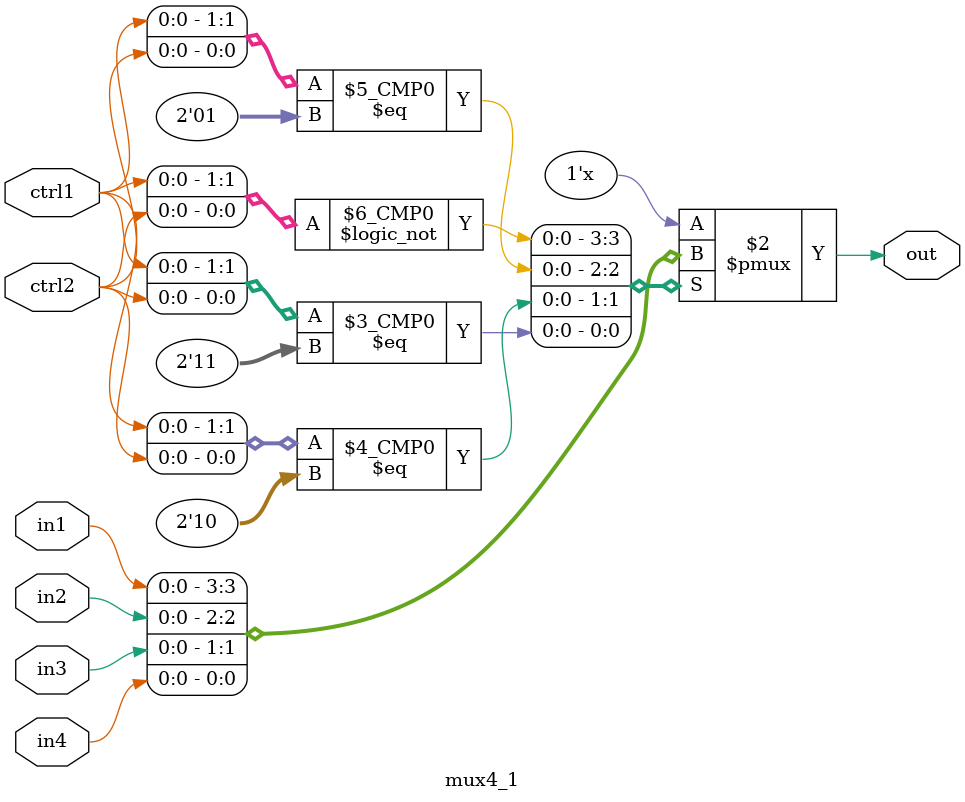
<source format=v>
module mux4_1(out,in1,in2,in3,in4,ctrl1,ctrl2);
input in1,in2,in3,in4,ctrl1,ctrl2;
output out;
reg out;

always @(in1 or in2 or in3 or in4 or ctrl1 or ctrl2)   // 敏感信号列表
    case ({ctrl1,ctrl2})
    2'b00: out = in1;
    2'b01: out = in2;
    2'b10: out = in3;
    2'b11: out = in4;
    default : out = 2'bx;
    endcase

endmodule

</source>
